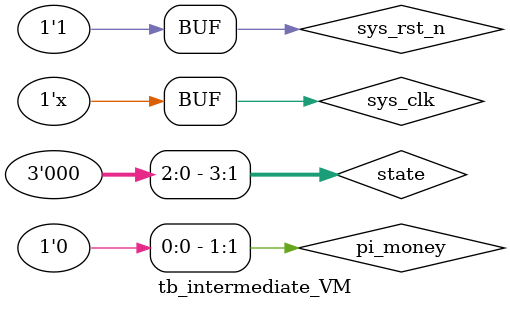
<source format=v>
`timescale 1ns/1ns
module tb_intermediate_VM();

reg sys_clk;
reg sys_rst_n;
reg pi_money_one;
reg pi_money_half;
reg random_data_gen;

wire po_cola;
wire po_money;

initial begin
sys_clk = 1'b1;
sys_rst_n <= 1'b0;
#20
sys_rst_n <= 1'b1;
end

always #10 sys_clk = ~sys_clk;

 always@(posedge sys_clk or negedge sys_rst_n)
 if(sys_rst_n == 1'b0)
 random_data_gen <= 1'b0;
 else
 random_data_gen <= {$random} % 2;

 //pi_money_one:模拟投入1元的情况
 always@(posedge sys_clk or negedge sys_rst_n)
 if(sys_rst_n == 1'b0)
 pi_money_one <= 1'b0;
 else
 pi_money_one <= random_data_gen;

 //pi_money_half:模拟投入0.5元的情况
 always@(posedge sys_clk or negedge sys_rst_n)
 if(sys_rst_n == 1'b0)
 pi_money_half <= 1'b0;
 else
 //取反是因为一次只能投一个币，即pi_money_one和pi_money_half不能同时为1
 pi_money_half <= ~random_data_gen;

 wire [3:0] state = intermediate_VM_inst.state;
 wire [1:0] pi_money = intermediate_VM_inst.pi_money;

 intermediate_VM intermediate_VM_inst(
 .sys_clk (sys_clk ),
 .sys_rst_n (sys_rst_n ),
 .pi_money_one (pi_money_one ),
 .pi_money_half (pi_money_half ),

 .po_cola (po_cola ),
 .po_money (po_money )
 );

 endmodule
</source>
